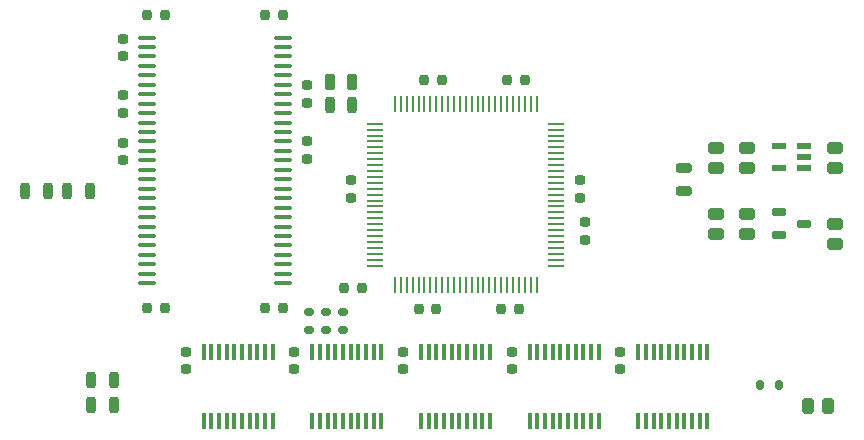
<source format=gtp>
G04 #@! TF.GenerationSoftware,KiCad,Pcbnew,7.0.10*
G04 #@! TF.CreationDate,2024-02-07T20:48:24-05:00*
G04 #@! TF.ProjectId,RAM2E,52414d32-452e-46b6-9963-61645f706362,2.1*
G04 #@! TF.SameCoordinates,Original*
G04 #@! TF.FileFunction,Paste,Top*
G04 #@! TF.FilePolarity,Positive*
%FSLAX46Y46*%
G04 Gerber Fmt 4.6, Leading zero omitted, Abs format (unit mm)*
G04 Created by KiCad (PCBNEW 7.0.10) date 2024-02-07 20:48:24*
%MOMM*%
%LPD*%
G01*
G04 APERTURE LIST*
G04 Aperture macros list*
%AMRoundRect*
0 Rectangle with rounded corners*
0 $1 Rounding radius*
0 $2 $3 $4 $5 $6 $7 $8 $9 X,Y pos of 4 corners*
0 Add a 4 corners polygon primitive as box body*
4,1,4,$2,$3,$4,$5,$6,$7,$8,$9,$2,$3,0*
0 Add four circle primitives for the rounded corners*
1,1,$1+$1,$2,$3*
1,1,$1+$1,$4,$5*
1,1,$1+$1,$6,$7*
1,1,$1+$1,$8,$9*
0 Add four rect primitives between the rounded corners*
20,1,$1+$1,$2,$3,$4,$5,0*
20,1,$1+$1,$4,$5,$6,$7,0*
20,1,$1+$1,$6,$7,$8,$9,0*
20,1,$1+$1,$8,$9,$2,$3,0*%
G04 Aperture macros list end*
%ADD10RoundRect,0.092500X0.092500X-0.592500X0.092500X0.592500X-0.092500X0.592500X-0.092500X-0.592500X0*%
%ADD11RoundRect,0.192500X-0.242500X0.192500X-0.242500X-0.192500X0.242500X-0.192500X0.242500X0.192500X0*%
%ADD12RoundRect,0.192500X0.242500X-0.192500X0.242500X0.192500X-0.242500X0.192500X-0.242500X-0.192500X0*%
%ADD13RoundRect,0.192500X-0.192500X-0.242500X0.192500X-0.242500X0.192500X0.242500X-0.192500X0.242500X0*%
%ADD14RoundRect,0.099500X-0.625500X-0.099500X0.625500X-0.099500X0.625500X0.099500X-0.625500X0.099500X0*%
%ADD15RoundRect,0.192500X0.192500X0.242500X-0.192500X0.242500X-0.192500X-0.242500X0.192500X-0.242500X0*%
%ADD16RoundRect,0.057500X-0.645000X-0.057500X0.645000X-0.057500X0.645000X0.057500X-0.645000X0.057500X0*%
%ADD17RoundRect,0.057500X-0.057500X-0.645000X0.057500X-0.645000X0.057500X0.645000X-0.057500X0.645000X0*%
%ADD18RoundRect,0.250000X0.250000X0.425000X-0.250000X0.425000X-0.250000X-0.425000X0.250000X-0.425000X0*%
%ADD19RoundRect,0.250000X-0.425000X0.250000X-0.425000X-0.250000X0.425000X-0.250000X0.425000X0.250000X0*%
%ADD20RoundRect,0.200000X-0.200000X-0.475000X0.200000X-0.475000X0.200000X0.475000X-0.200000X0.475000X0*%
%ADD21RoundRect,0.200000X0.200000X0.475000X-0.200000X0.475000X-0.200000X-0.475000X0.200000X-0.475000X0*%
%ADD22RoundRect,0.250000X0.425000X-0.250000X0.425000X0.250000X-0.425000X0.250000X-0.425000X-0.250000X0*%
%ADD23RoundRect,0.175000X-0.450000X-0.175000X0.450000X-0.175000X0.450000X0.175000X-0.450000X0.175000X0*%
%ADD24RoundRect,0.137500X0.487500X0.137500X-0.487500X0.137500X-0.487500X-0.137500X0.487500X-0.137500X0*%
%ADD25RoundRect,0.200000X0.475000X-0.200000X0.475000X0.200000X-0.475000X0.200000X-0.475000X-0.200000X0*%
%ADD26RoundRect,0.150000X-0.275000X0.150000X-0.275000X-0.150000X0.275000X-0.150000X0.275000X0.150000X0*%
%ADD27RoundRect,0.150000X-0.150000X-0.275000X0.150000X-0.275000X0.150000X0.275000X-0.150000X0.275000X0*%
%ADD28RoundRect,0.224700X0.224700X0.437200X-0.224700X0.437200X-0.224700X-0.437200X0.224700X-0.437200X0*%
G04 APERTURE END LIST*
D10*
X236250000Y-127550000D03*
X236900000Y-127550000D03*
X237550000Y-127550000D03*
X238200000Y-127550000D03*
X238850000Y-127550000D03*
X239500000Y-127550000D03*
X240150000Y-127550000D03*
X240800000Y-127550000D03*
X241450000Y-127550000D03*
X242100000Y-127550000D03*
X242100000Y-121650000D03*
X241450000Y-121650000D03*
X240800000Y-121650000D03*
X240150000Y-121650000D03*
X239500000Y-121650000D03*
X238850000Y-121650000D03*
X238200000Y-121650000D03*
X237550000Y-121650000D03*
X236900000Y-121650000D03*
X236250000Y-121650000D03*
D11*
X234750000Y-121650000D03*
X234750000Y-123150000D03*
X253150000Y-121650000D03*
X253150000Y-123150000D03*
D10*
X254650000Y-127550000D03*
X255300000Y-127550000D03*
X255950000Y-127550000D03*
X256600000Y-127550000D03*
X257250000Y-127550000D03*
X257900000Y-127550000D03*
X258550000Y-127550000D03*
X259200000Y-127550000D03*
X259850000Y-127550000D03*
X260500000Y-127550000D03*
X260500000Y-121650000D03*
X259850000Y-121650000D03*
X259200000Y-121650000D03*
X258550000Y-121650000D03*
X257900000Y-121650000D03*
X257250000Y-121650000D03*
X256600000Y-121650000D03*
X255950000Y-121650000D03*
X255300000Y-121650000D03*
X254650000Y-121650000D03*
D11*
X243950000Y-121650000D03*
X243950000Y-123150000D03*
D10*
X217850000Y-127550000D03*
X218500000Y-127550000D03*
X219150000Y-127550000D03*
X219800000Y-127550000D03*
X220450000Y-127550000D03*
X221100000Y-127550000D03*
X221750000Y-127550000D03*
X222400000Y-127550000D03*
X223050000Y-127550000D03*
X223700000Y-127550000D03*
X223700000Y-121650000D03*
X223050000Y-121650000D03*
X222400000Y-121650000D03*
X221750000Y-121650000D03*
X221100000Y-121650000D03*
X220450000Y-121650000D03*
X219800000Y-121650000D03*
X219150000Y-121650000D03*
X218500000Y-121650000D03*
X217850000Y-121650000D03*
X245450000Y-127550000D03*
X246100000Y-127550000D03*
X246750000Y-127550000D03*
X247400000Y-127550000D03*
X248050000Y-127550000D03*
X248700000Y-127550000D03*
X249350000Y-127550000D03*
X250000000Y-127550000D03*
X250650000Y-127550000D03*
X251300000Y-127550000D03*
X251300000Y-121650000D03*
X250650000Y-121650000D03*
X250000000Y-121650000D03*
X249350000Y-121650000D03*
X248700000Y-121650000D03*
X248050000Y-121650000D03*
X247400000Y-121650000D03*
X246750000Y-121650000D03*
X246100000Y-121650000D03*
X245450000Y-121650000D03*
X227050000Y-127550000D03*
X227700000Y-127550000D03*
X228350000Y-127550000D03*
X229000000Y-127550000D03*
X229650000Y-127550000D03*
X230300000Y-127550000D03*
X230950000Y-127550000D03*
X231600000Y-127550000D03*
X232250000Y-127550000D03*
X232900000Y-127550000D03*
X232900000Y-121650000D03*
X232250000Y-121650000D03*
X231600000Y-121650000D03*
X230950000Y-121650000D03*
X230300000Y-121650000D03*
X229650000Y-121650000D03*
X229000000Y-121650000D03*
X228350000Y-121650000D03*
X227700000Y-121650000D03*
X227050000Y-121650000D03*
D11*
X225550000Y-121650000D03*
X225550000Y-123150000D03*
X226600000Y-103850000D03*
X226600000Y-105350000D03*
D12*
X211000000Y-101450000D03*
X211000000Y-99950000D03*
X211000000Y-96650000D03*
X211000000Y-95150000D03*
D13*
X236550000Y-98650000D03*
X238050000Y-98650000D03*
X243550000Y-98650000D03*
X245050000Y-98650000D03*
X243050000Y-118050000D03*
X244550000Y-118050000D03*
X236050000Y-118050000D03*
X237550000Y-118050000D03*
D12*
X249750000Y-108600000D03*
X249750000Y-107100000D03*
X230350000Y-108600000D03*
X230350000Y-107100000D03*
X211000000Y-105450000D03*
X211000000Y-103950000D03*
D11*
X226600000Y-99050000D03*
X226600000Y-100550000D03*
D14*
X213050000Y-95050000D03*
X213050000Y-95850000D03*
X213050000Y-96650000D03*
X213050000Y-97450000D03*
X213050000Y-98250000D03*
X213050000Y-99050000D03*
X213050000Y-99850000D03*
X213050000Y-100650000D03*
X213050000Y-101450000D03*
X213050000Y-102250000D03*
X213050000Y-103050000D03*
X213050000Y-103850000D03*
X213050000Y-104650000D03*
X213050000Y-105450000D03*
X213050000Y-106250000D03*
X213050000Y-107050000D03*
X213050000Y-107850000D03*
X213050000Y-108650000D03*
X213050000Y-109450000D03*
X213050000Y-110250000D03*
X213050000Y-111050000D03*
X213050000Y-111850000D03*
X213050000Y-112650000D03*
X213050000Y-113450000D03*
X213050000Y-114250000D03*
X213050000Y-115050000D03*
X213050000Y-115850000D03*
X224550000Y-115850000D03*
X224550000Y-115050000D03*
X224550000Y-114250000D03*
X224550000Y-113450000D03*
X224550000Y-112650000D03*
X224550000Y-111850000D03*
X224550000Y-111050000D03*
X224550000Y-110250000D03*
X224550000Y-109450000D03*
X224550000Y-108650000D03*
X224550000Y-107850000D03*
X224550000Y-107050000D03*
X224550000Y-106250000D03*
X224550000Y-105450000D03*
X224550000Y-104650000D03*
X224550000Y-103850000D03*
X224550000Y-103050000D03*
X224550000Y-102250000D03*
X224550000Y-101450000D03*
X224550000Y-100650000D03*
X224550000Y-99850000D03*
X224550000Y-99050000D03*
X224550000Y-98250000D03*
X224550000Y-97450000D03*
X224550000Y-96650000D03*
X224550000Y-95850000D03*
X224550000Y-95050000D03*
D15*
X231250000Y-116250000D03*
X229750000Y-116250000D03*
D16*
X232387500Y-102350000D03*
X232387500Y-102850000D03*
X232387500Y-103350000D03*
X232387500Y-103850000D03*
X232387500Y-104350000D03*
X232387500Y-104850000D03*
X232387500Y-105350000D03*
X232387500Y-105850000D03*
X232387500Y-106350000D03*
X232387500Y-106850000D03*
X232387500Y-107350000D03*
X232387500Y-107850000D03*
X232387500Y-108350000D03*
X232387500Y-108850000D03*
X232387500Y-109350000D03*
X232387500Y-109850000D03*
X232387500Y-110350000D03*
X232387500Y-110850000D03*
X232387500Y-111350000D03*
X232387500Y-111850000D03*
X232387500Y-112350000D03*
X232387500Y-112850000D03*
X232387500Y-113350000D03*
X232387500Y-113850000D03*
X232387500Y-114350000D03*
D17*
X234050000Y-116012500D03*
X234550000Y-116012500D03*
X235050000Y-116012500D03*
X235550000Y-116012500D03*
X236050000Y-116012500D03*
X236550000Y-116012500D03*
X237050000Y-116012500D03*
X237550000Y-116012500D03*
X238050000Y-116012500D03*
X238550000Y-116012500D03*
X239050000Y-116012500D03*
X239550000Y-116012500D03*
X240050000Y-116012500D03*
X240550000Y-116012500D03*
X241050000Y-116012500D03*
X241550000Y-116012500D03*
X242050000Y-116012500D03*
X242550000Y-116012500D03*
X243050000Y-116012500D03*
X243550000Y-116012500D03*
X244050000Y-116012500D03*
X244550000Y-116012500D03*
X245050000Y-116012500D03*
X245550000Y-116012500D03*
X246050000Y-116012500D03*
D16*
X247712500Y-114350000D03*
X247712500Y-113850000D03*
X247712500Y-113350000D03*
X247712500Y-112850000D03*
X247712500Y-112350000D03*
X247712500Y-111850000D03*
X247712500Y-111350000D03*
X247712500Y-110850000D03*
X247712500Y-110350000D03*
X247712500Y-109850000D03*
X247712500Y-109350000D03*
X247712500Y-108850000D03*
X247712500Y-108350000D03*
X247712500Y-107850000D03*
X247712500Y-107350000D03*
X247712500Y-106850000D03*
X247712500Y-106350000D03*
X247712500Y-105850000D03*
X247712500Y-105350000D03*
X247712500Y-104850000D03*
X247712500Y-104350000D03*
X247712500Y-103850000D03*
X247712500Y-103350000D03*
X247712500Y-102850000D03*
X247712500Y-102350000D03*
D17*
X246050000Y-100687500D03*
X245550000Y-100687500D03*
X245050000Y-100687500D03*
X244550000Y-100687500D03*
X244050000Y-100687500D03*
X243550000Y-100687500D03*
X243050000Y-100687500D03*
X242550000Y-100687500D03*
X242050000Y-100687500D03*
X241550000Y-100687500D03*
X241050000Y-100687500D03*
X240550000Y-100687500D03*
X240050000Y-100687500D03*
X239550000Y-100687500D03*
X239050000Y-100687500D03*
X238550000Y-100687500D03*
X238050000Y-100687500D03*
X237550000Y-100687500D03*
X237050000Y-100687500D03*
X236550000Y-100687500D03*
X236050000Y-100687500D03*
X235550000Y-100687500D03*
X235050000Y-100687500D03*
X234550000Y-100687500D03*
X234050000Y-100687500D03*
D18*
X270725000Y-126238000D03*
X269025000Y-126238000D03*
D19*
X271350000Y-110800000D03*
X271350000Y-112500000D03*
D11*
X250150000Y-110700000D03*
X250150000Y-112200000D03*
D13*
X223050000Y-93150000D03*
X224550000Y-93150000D03*
D20*
X208346000Y-126174500D03*
X210246000Y-126174500D03*
D21*
X204658000Y-108077000D03*
X202758000Y-108077000D03*
X208214000Y-108077000D03*
X206314000Y-108077000D03*
D20*
X208346000Y-124015500D03*
X210246000Y-124015500D03*
D22*
X263900000Y-111650000D03*
X263900000Y-109950000D03*
D23*
X266600000Y-109850000D03*
X266600000Y-111750000D03*
X268700000Y-110800000D03*
D22*
X261200000Y-111650000D03*
X261200000Y-109950000D03*
D13*
X213050000Y-93150000D03*
X214550000Y-93150000D03*
D11*
X216350000Y-121650000D03*
X216350000Y-123150000D03*
D13*
X213050000Y-117950000D03*
X214550000Y-117950000D03*
D24*
X268700000Y-106100000D03*
X268700000Y-105150000D03*
X268700000Y-104200000D03*
X266600000Y-104200000D03*
X266600000Y-106100000D03*
D22*
X263900000Y-106100000D03*
X263900000Y-104400000D03*
X261200000Y-106100000D03*
X261200000Y-104400000D03*
X271350000Y-106100000D03*
X271350000Y-104400000D03*
D25*
X258500000Y-108000000D03*
X258500000Y-106100000D03*
D26*
X229650000Y-118250000D03*
X229650000Y-119850000D03*
D27*
X264950000Y-124500000D03*
X266550000Y-124500000D03*
D13*
X223050000Y-117950000D03*
X224550000Y-117950000D03*
D26*
X228200000Y-118250000D03*
X228200000Y-119850000D03*
X226750000Y-118250000D03*
X226750000Y-119850000D03*
D20*
X228550000Y-100800000D03*
X230450000Y-100800000D03*
D28*
X230437500Y-98850000D03*
X228562500Y-98850000D03*
M02*

</source>
